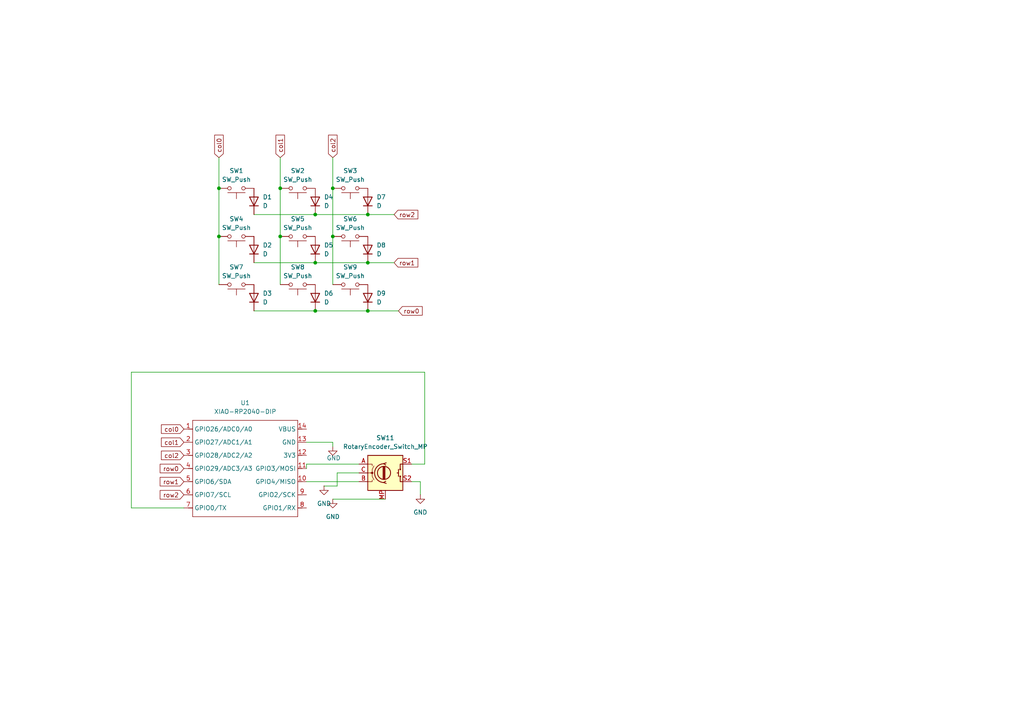
<source format=kicad_sch>
(kicad_sch
	(version 20250114)
	(generator "eeschema")
	(generator_version "9.0")
	(uuid "0b4fa09f-be38-4dae-a4ab-e5587d7d8207")
	(paper "A4")
	(lib_symbols
		(symbol "Device:D"
			(pin_numbers
				(hide yes)
			)
			(pin_names
				(offset 1.016)
				(hide yes)
			)
			(exclude_from_sim no)
			(in_bom yes)
			(on_board yes)
			(property "Reference" "D"
				(at 0 2.54 0)
				(effects
					(font
						(size 1.27 1.27)
					)
				)
			)
			(property "Value" "D"
				(at 0 -2.54 0)
				(effects
					(font
						(size 1.27 1.27)
					)
				)
			)
			(property "Footprint" ""
				(at 0 0 0)
				(effects
					(font
						(size 1.27 1.27)
					)
					(hide yes)
				)
			)
			(property "Datasheet" "~"
				(at 0 0 0)
				(effects
					(font
						(size 1.27 1.27)
					)
					(hide yes)
				)
			)
			(property "Description" "Diode"
				(at 0 0 0)
				(effects
					(font
						(size 1.27 1.27)
					)
					(hide yes)
				)
			)
			(property "Sim.Device" "D"
				(at 0 0 0)
				(effects
					(font
						(size 1.27 1.27)
					)
					(hide yes)
				)
			)
			(property "Sim.Pins" "1=K 2=A"
				(at 0 0 0)
				(effects
					(font
						(size 1.27 1.27)
					)
					(hide yes)
				)
			)
			(property "ki_keywords" "diode"
				(at 0 0 0)
				(effects
					(font
						(size 1.27 1.27)
					)
					(hide yes)
				)
			)
			(property "ki_fp_filters" "TO-???* *_Diode_* *SingleDiode* D_*"
				(at 0 0 0)
				(effects
					(font
						(size 1.27 1.27)
					)
					(hide yes)
				)
			)
			(symbol "D_0_1"
				(polyline
					(pts
						(xy -1.27 1.27) (xy -1.27 -1.27)
					)
					(stroke
						(width 0.254)
						(type default)
					)
					(fill
						(type none)
					)
				)
				(polyline
					(pts
						(xy 1.27 1.27) (xy 1.27 -1.27) (xy -1.27 0) (xy 1.27 1.27)
					)
					(stroke
						(width 0.254)
						(type default)
					)
					(fill
						(type none)
					)
				)
				(polyline
					(pts
						(xy 1.27 0) (xy -1.27 0)
					)
					(stroke
						(width 0)
						(type default)
					)
					(fill
						(type none)
					)
				)
			)
			(symbol "D_1_1"
				(pin passive line
					(at -3.81 0 0)
					(length 2.54)
					(name "K"
						(effects
							(font
								(size 1.27 1.27)
							)
						)
					)
					(number "1"
						(effects
							(font
								(size 1.27 1.27)
							)
						)
					)
				)
				(pin passive line
					(at 3.81 0 180)
					(length 2.54)
					(name "A"
						(effects
							(font
								(size 1.27 1.27)
							)
						)
					)
					(number "2"
						(effects
							(font
								(size 1.27 1.27)
							)
						)
					)
				)
			)
			(embedded_fonts no)
		)
		(symbol "Device:RotaryEncoder_Switch_MP"
			(pin_names
				(offset 0.254)
				(hide yes)
			)
			(exclude_from_sim no)
			(in_bom yes)
			(on_board yes)
			(property "Reference" "SW"
				(at 0 8.89 0)
				(effects
					(font
						(size 1.27 1.27)
					)
				)
			)
			(property "Value" "RotaryEncoder_Switch_MP"
				(at 0 6.35 0)
				(effects
					(font
						(size 1.27 1.27)
					)
				)
			)
			(property "Footprint" ""
				(at -3.81 4.064 0)
				(effects
					(font
						(size 1.27 1.27)
					)
					(hide yes)
				)
			)
			(property "Datasheet" "~"
				(at 0 -12.7 0)
				(effects
					(font
						(size 1.27 1.27)
					)
					(hide yes)
				)
			)
			(property "Description" "Rotary encoder, dual channel, incremental quadrate outputs, with switch and MP Pin"
				(at 0 -15.24 0)
				(effects
					(font
						(size 1.27 1.27)
					)
					(hide yes)
				)
			)
			(property "ki_keywords" "rotary switch encoder switch push button"
				(at 0 0 0)
				(effects
					(font
						(size 1.27 1.27)
					)
					(hide yes)
				)
			)
			(property "ki_fp_filters" "RotaryEncoder*Switch*"
				(at 0 0 0)
				(effects
					(font
						(size 1.27 1.27)
					)
					(hide yes)
				)
			)
			(symbol "RotaryEncoder_Switch_MP_0_1"
				(rectangle
					(start -5.08 5.08)
					(end 5.08 -5.08)
					(stroke
						(width 0.254)
						(type default)
					)
					(fill
						(type background)
					)
				)
				(polyline
					(pts
						(xy -5.08 2.54) (xy -3.81 2.54) (xy -3.81 2.032)
					)
					(stroke
						(width 0)
						(type default)
					)
					(fill
						(type none)
					)
				)
				(polyline
					(pts
						(xy -5.08 0) (xy -3.81 0) (xy -3.81 -1.016) (xy -3.302 -2.032)
					)
					(stroke
						(width 0)
						(type default)
					)
					(fill
						(type none)
					)
				)
				(polyline
					(pts
						(xy -5.08 -2.54) (xy -3.81 -2.54) (xy -3.81 -2.032)
					)
					(stroke
						(width 0)
						(type default)
					)
					(fill
						(type none)
					)
				)
				(polyline
					(pts
						(xy -4.318 0) (xy -3.81 0) (xy -3.81 1.016) (xy -3.302 2.032)
					)
					(stroke
						(width 0)
						(type default)
					)
					(fill
						(type none)
					)
				)
				(circle
					(center -3.81 0)
					(radius 0.254)
					(stroke
						(width 0)
						(type default)
					)
					(fill
						(type outline)
					)
				)
				(polyline
					(pts
						(xy -0.635 -1.778) (xy -0.635 1.778)
					)
					(stroke
						(width 0.254)
						(type default)
					)
					(fill
						(type none)
					)
				)
				(circle
					(center -0.381 0)
					(radius 1.905)
					(stroke
						(width 0.254)
						(type default)
					)
					(fill
						(type none)
					)
				)
				(polyline
					(pts
						(xy -0.381 -1.778) (xy -0.381 1.778)
					)
					(stroke
						(width 0.254)
						(type default)
					)
					(fill
						(type none)
					)
				)
				(arc
					(start -0.381 -2.794)
					(mid -3.0988 -0.0635)
					(end -0.381 2.667)
					(stroke
						(width 0.254)
						(type default)
					)
					(fill
						(type none)
					)
				)
				(polyline
					(pts
						(xy -0.127 1.778) (xy -0.127 -1.778)
					)
					(stroke
						(width 0.254)
						(type default)
					)
					(fill
						(type none)
					)
				)
				(polyline
					(pts
						(xy 0.254 2.921) (xy -0.508 2.667) (xy 0.127 2.286)
					)
					(stroke
						(width 0.254)
						(type default)
					)
					(fill
						(type none)
					)
				)
				(polyline
					(pts
						(xy 0.254 -3.048) (xy -0.508 -2.794) (xy 0.127 -2.413)
					)
					(stroke
						(width 0.254)
						(type default)
					)
					(fill
						(type none)
					)
				)
				(polyline
					(pts
						(xy 3.81 1.016) (xy 3.81 -1.016)
					)
					(stroke
						(width 0.254)
						(type default)
					)
					(fill
						(type none)
					)
				)
				(polyline
					(pts
						(xy 3.81 0) (xy 3.429 0)
					)
					(stroke
						(width 0.254)
						(type default)
					)
					(fill
						(type none)
					)
				)
				(circle
					(center 4.318 1.016)
					(radius 0.127)
					(stroke
						(width 0.254)
						(type default)
					)
					(fill
						(type none)
					)
				)
				(circle
					(center 4.318 -1.016)
					(radius 0.127)
					(stroke
						(width 0.254)
						(type default)
					)
					(fill
						(type none)
					)
				)
				(polyline
					(pts
						(xy 5.08 2.54) (xy 4.318 2.54) (xy 4.318 1.016)
					)
					(stroke
						(width 0.254)
						(type default)
					)
					(fill
						(type none)
					)
				)
				(polyline
					(pts
						(xy 5.08 -2.54) (xy 4.318 -2.54) (xy 4.318 -1.016)
					)
					(stroke
						(width 0.254)
						(type default)
					)
					(fill
						(type none)
					)
				)
			)
			(symbol "RotaryEncoder_Switch_MP_1_1"
				(pin passive line
					(at -7.62 2.54 0)
					(length 2.54)
					(name "A"
						(effects
							(font
								(size 1.27 1.27)
							)
						)
					)
					(number "A"
						(effects
							(font
								(size 1.27 1.27)
							)
						)
					)
				)
				(pin passive line
					(at -7.62 0 0)
					(length 2.54)
					(name "C"
						(effects
							(font
								(size 1.27 1.27)
							)
						)
					)
					(number "C"
						(effects
							(font
								(size 1.27 1.27)
							)
						)
					)
				)
				(pin passive line
					(at -7.62 -2.54 0)
					(length 2.54)
					(name "B"
						(effects
							(font
								(size 1.27 1.27)
							)
						)
					)
					(number "B"
						(effects
							(font
								(size 1.27 1.27)
							)
						)
					)
				)
				(pin passive line
					(at 0 -7.62 90)
					(length 2.54)
					(name "MP"
						(effects
							(font
								(size 1.27 1.27)
							)
						)
					)
					(number "MP"
						(effects
							(font
								(size 1.27 1.27)
							)
						)
					)
				)
				(pin passive line
					(at 7.62 2.54 180)
					(length 2.54)
					(name "S1"
						(effects
							(font
								(size 1.27 1.27)
							)
						)
					)
					(number "S1"
						(effects
							(font
								(size 1.27 1.27)
							)
						)
					)
				)
				(pin passive line
					(at 7.62 -2.54 180)
					(length 2.54)
					(name "S2"
						(effects
							(font
								(size 1.27 1.27)
							)
						)
					)
					(number "S2"
						(effects
							(font
								(size 1.27 1.27)
							)
						)
					)
				)
			)
			(embedded_fonts no)
		)
		(symbol "Seeed_Studio_XIAO_Series:XIAO-RP2040-DIP"
			(exclude_from_sim no)
			(in_bom yes)
			(on_board yes)
			(property "Reference" "U"
				(at 0 0 0)
				(effects
					(font
						(size 1.27 1.27)
					)
				)
			)
			(property "Value" "XIAO-RP2040-DIP"
				(at 5.334 -1.778 0)
				(effects
					(font
						(size 1.27 1.27)
					)
				)
			)
			(property "Footprint" "Module:MOUDLE14P-XIAO-DIP-SMD"
				(at 14.478 -32.258 0)
				(effects
					(font
						(size 1.27 1.27)
					)
					(hide yes)
				)
			)
			(property "Datasheet" ""
				(at 0 0 0)
				(effects
					(font
						(size 1.27 1.27)
					)
					(hide yes)
				)
			)
			(property "Description" ""
				(at 0 0 0)
				(effects
					(font
						(size 1.27 1.27)
					)
					(hide yes)
				)
			)
			(symbol "XIAO-RP2040-DIP_1_0"
				(polyline
					(pts
						(xy -1.27 -2.54) (xy 29.21 -2.54)
					)
					(stroke
						(width 0.1524)
						(type solid)
					)
					(fill
						(type none)
					)
				)
				(polyline
					(pts
						(xy -1.27 -5.08) (xy -2.54 -5.08)
					)
					(stroke
						(width 0.1524)
						(type solid)
					)
					(fill
						(type none)
					)
				)
				(polyline
					(pts
						(xy -1.27 -5.08) (xy -1.27 -2.54)
					)
					(stroke
						(width 0.1524)
						(type solid)
					)
					(fill
						(type none)
					)
				)
				(polyline
					(pts
						(xy -1.27 -8.89) (xy -2.54 -8.89)
					)
					(stroke
						(width 0.1524)
						(type solid)
					)
					(fill
						(type none)
					)
				)
				(polyline
					(pts
						(xy -1.27 -8.89) (xy -1.27 -5.08)
					)
					(stroke
						(width 0.1524)
						(type solid)
					)
					(fill
						(type none)
					)
				)
				(polyline
					(pts
						(xy -1.27 -12.7) (xy -2.54 -12.7)
					)
					(stroke
						(width 0.1524)
						(type solid)
					)
					(fill
						(type none)
					)
				)
				(polyline
					(pts
						(xy -1.27 -12.7) (xy -1.27 -8.89)
					)
					(stroke
						(width 0.1524)
						(type solid)
					)
					(fill
						(type none)
					)
				)
				(polyline
					(pts
						(xy -1.27 -16.51) (xy -2.54 -16.51)
					)
					(stroke
						(width 0.1524)
						(type solid)
					)
					(fill
						(type none)
					)
				)
				(polyline
					(pts
						(xy -1.27 -16.51) (xy -1.27 -12.7)
					)
					(stroke
						(width 0.1524)
						(type solid)
					)
					(fill
						(type none)
					)
				)
				(polyline
					(pts
						(xy -1.27 -20.32) (xy -2.54 -20.32)
					)
					(stroke
						(width 0.1524)
						(type solid)
					)
					(fill
						(type none)
					)
				)
				(polyline
					(pts
						(xy -1.27 -24.13) (xy -2.54 -24.13)
					)
					(stroke
						(width 0.1524)
						(type solid)
					)
					(fill
						(type none)
					)
				)
				(polyline
					(pts
						(xy -1.27 -27.94) (xy -2.54 -27.94)
					)
					(stroke
						(width 0.1524)
						(type solid)
					)
					(fill
						(type none)
					)
				)
				(polyline
					(pts
						(xy -1.27 -30.48) (xy -1.27 -16.51)
					)
					(stroke
						(width 0.1524)
						(type solid)
					)
					(fill
						(type none)
					)
				)
				(polyline
					(pts
						(xy 29.21 -2.54) (xy 29.21 -5.08)
					)
					(stroke
						(width 0.1524)
						(type solid)
					)
					(fill
						(type none)
					)
				)
				(polyline
					(pts
						(xy 29.21 -5.08) (xy 29.21 -8.89)
					)
					(stroke
						(width 0.1524)
						(type solid)
					)
					(fill
						(type none)
					)
				)
				(polyline
					(pts
						(xy 29.21 -8.89) (xy 29.21 -12.7)
					)
					(stroke
						(width 0.1524)
						(type solid)
					)
					(fill
						(type none)
					)
				)
				(polyline
					(pts
						(xy 29.21 -12.7) (xy 29.21 -30.48)
					)
					(stroke
						(width 0.1524)
						(type solid)
					)
					(fill
						(type none)
					)
				)
				(polyline
					(pts
						(xy 29.21 -30.48) (xy -1.27 -30.48)
					)
					(stroke
						(width 0.1524)
						(type solid)
					)
					(fill
						(type none)
					)
				)
				(polyline
					(pts
						(xy 30.48 -5.08) (xy 29.21 -5.08)
					)
					(stroke
						(width 0.1524)
						(type solid)
					)
					(fill
						(type none)
					)
				)
				(polyline
					(pts
						(xy 30.48 -8.89) (xy 29.21 -8.89)
					)
					(stroke
						(width 0.1524)
						(type solid)
					)
					(fill
						(type none)
					)
				)
				(polyline
					(pts
						(xy 30.48 -12.7) (xy 29.21 -12.7)
					)
					(stroke
						(width 0.1524)
						(type solid)
					)
					(fill
						(type none)
					)
				)
				(polyline
					(pts
						(xy 30.48 -16.51) (xy 29.21 -16.51)
					)
					(stroke
						(width 0.1524)
						(type solid)
					)
					(fill
						(type none)
					)
				)
				(polyline
					(pts
						(xy 30.48 -20.32) (xy 29.21 -20.32)
					)
					(stroke
						(width 0.1524)
						(type solid)
					)
					(fill
						(type none)
					)
				)
				(polyline
					(pts
						(xy 30.48 -24.13) (xy 29.21 -24.13)
					)
					(stroke
						(width 0.1524)
						(type solid)
					)
					(fill
						(type none)
					)
				)
				(polyline
					(pts
						(xy 30.48 -27.94) (xy 29.21 -27.94)
					)
					(stroke
						(width 0.1524)
						(type solid)
					)
					(fill
						(type none)
					)
				)
				(pin passive line
					(at -3.81 -5.08 0)
					(length 2.54)
					(name "GPIO26/ADC0/A0"
						(effects
							(font
								(size 1.27 1.27)
							)
						)
					)
					(number "1"
						(effects
							(font
								(size 1.27 1.27)
							)
						)
					)
				)
				(pin passive line
					(at -3.81 -8.89 0)
					(length 2.54)
					(name "GPIO27/ADC1/A1"
						(effects
							(font
								(size 1.27 1.27)
							)
						)
					)
					(number "2"
						(effects
							(font
								(size 1.27 1.27)
							)
						)
					)
				)
				(pin passive line
					(at -3.81 -12.7 0)
					(length 2.54)
					(name "GPIO28/ADC2/A2"
						(effects
							(font
								(size 1.27 1.27)
							)
						)
					)
					(number "3"
						(effects
							(font
								(size 1.27 1.27)
							)
						)
					)
				)
				(pin passive line
					(at -3.81 -16.51 0)
					(length 2.54)
					(name "GPIO29/ADC3/A3"
						(effects
							(font
								(size 1.27 1.27)
							)
						)
					)
					(number "4"
						(effects
							(font
								(size 1.27 1.27)
							)
						)
					)
				)
				(pin passive line
					(at -3.81 -20.32 0)
					(length 2.54)
					(name "GPIO6/SDA"
						(effects
							(font
								(size 1.27 1.27)
							)
						)
					)
					(number "5"
						(effects
							(font
								(size 1.27 1.27)
							)
						)
					)
				)
				(pin passive line
					(at -3.81 -24.13 0)
					(length 2.54)
					(name "GPIO7/SCL"
						(effects
							(font
								(size 1.27 1.27)
							)
						)
					)
					(number "6"
						(effects
							(font
								(size 1.27 1.27)
							)
						)
					)
				)
				(pin passive line
					(at -3.81 -27.94 0)
					(length 2.54)
					(name "GPIO0/TX"
						(effects
							(font
								(size 1.27 1.27)
							)
						)
					)
					(number "7"
						(effects
							(font
								(size 1.27 1.27)
							)
						)
					)
				)
				(pin passive line
					(at 31.75 -5.08 180)
					(length 2.54)
					(name "VBUS"
						(effects
							(font
								(size 1.27 1.27)
							)
						)
					)
					(number "14"
						(effects
							(font
								(size 1.27 1.27)
							)
						)
					)
				)
				(pin passive line
					(at 31.75 -8.89 180)
					(length 2.54)
					(name "GND"
						(effects
							(font
								(size 1.27 1.27)
							)
						)
					)
					(number "13"
						(effects
							(font
								(size 1.27 1.27)
							)
						)
					)
				)
				(pin passive line
					(at 31.75 -12.7 180)
					(length 2.54)
					(name "3V3"
						(effects
							(font
								(size 1.27 1.27)
							)
						)
					)
					(number "12"
						(effects
							(font
								(size 1.27 1.27)
							)
						)
					)
				)
				(pin passive line
					(at 31.75 -16.51 180)
					(length 2.54)
					(name "GPIO3/MOSI"
						(effects
							(font
								(size 1.27 1.27)
							)
						)
					)
					(number "11"
						(effects
							(font
								(size 1.27 1.27)
							)
						)
					)
				)
				(pin passive line
					(at 31.75 -20.32 180)
					(length 2.54)
					(name "GPIO4/MISO"
						(effects
							(font
								(size 1.27 1.27)
							)
						)
					)
					(number "10"
						(effects
							(font
								(size 1.27 1.27)
							)
						)
					)
				)
				(pin passive line
					(at 31.75 -24.13 180)
					(length 2.54)
					(name "GPIO2/SCK"
						(effects
							(font
								(size 1.27 1.27)
							)
						)
					)
					(number "9"
						(effects
							(font
								(size 1.27 1.27)
							)
						)
					)
				)
				(pin passive line
					(at 31.75 -27.94 180)
					(length 2.54)
					(name "GPIO1/RX"
						(effects
							(font
								(size 1.27 1.27)
							)
						)
					)
					(number "8"
						(effects
							(font
								(size 1.27 1.27)
							)
						)
					)
				)
			)
			(embedded_fonts no)
		)
		(symbol "Switch:SW_Push"
			(pin_numbers
				(hide yes)
			)
			(pin_names
				(offset 1.016)
				(hide yes)
			)
			(exclude_from_sim no)
			(in_bom yes)
			(on_board yes)
			(property "Reference" "SW"
				(at 1.27 2.54 0)
				(effects
					(font
						(size 1.27 1.27)
					)
					(justify left)
				)
			)
			(property "Value" "SW_Push"
				(at 0 -1.524 0)
				(effects
					(font
						(size 1.27 1.27)
					)
				)
			)
			(property "Footprint" ""
				(at 0 5.08 0)
				(effects
					(font
						(size 1.27 1.27)
					)
					(hide yes)
				)
			)
			(property "Datasheet" "~"
				(at 0 5.08 0)
				(effects
					(font
						(size 1.27 1.27)
					)
					(hide yes)
				)
			)
			(property "Description" "Push button switch, generic, two pins"
				(at 0 0 0)
				(effects
					(font
						(size 1.27 1.27)
					)
					(hide yes)
				)
			)
			(property "ki_keywords" "switch normally-open pushbutton push-button"
				(at 0 0 0)
				(effects
					(font
						(size 1.27 1.27)
					)
					(hide yes)
				)
			)
			(symbol "SW_Push_0_1"
				(circle
					(center -2.032 0)
					(radius 0.508)
					(stroke
						(width 0)
						(type default)
					)
					(fill
						(type none)
					)
				)
				(polyline
					(pts
						(xy 0 1.27) (xy 0 3.048)
					)
					(stroke
						(width 0)
						(type default)
					)
					(fill
						(type none)
					)
				)
				(circle
					(center 2.032 0)
					(radius 0.508)
					(stroke
						(width 0)
						(type default)
					)
					(fill
						(type none)
					)
				)
				(polyline
					(pts
						(xy 2.54 1.27) (xy -2.54 1.27)
					)
					(stroke
						(width 0)
						(type default)
					)
					(fill
						(type none)
					)
				)
				(pin passive line
					(at -5.08 0 0)
					(length 2.54)
					(name "1"
						(effects
							(font
								(size 1.27 1.27)
							)
						)
					)
					(number "1"
						(effects
							(font
								(size 1.27 1.27)
							)
						)
					)
				)
				(pin passive line
					(at 5.08 0 180)
					(length 2.54)
					(name "2"
						(effects
							(font
								(size 1.27 1.27)
							)
						)
					)
					(number "2"
						(effects
							(font
								(size 1.27 1.27)
							)
						)
					)
				)
			)
			(embedded_fonts no)
		)
		(symbol "power:GND"
			(power)
			(pin_numbers
				(hide yes)
			)
			(pin_names
				(offset 0)
				(hide yes)
			)
			(exclude_from_sim no)
			(in_bom yes)
			(on_board yes)
			(property "Reference" "#PWR"
				(at 0 -6.35 0)
				(effects
					(font
						(size 1.27 1.27)
					)
					(hide yes)
				)
			)
			(property "Value" "GND"
				(at 0 -3.81 0)
				(effects
					(font
						(size 1.27 1.27)
					)
				)
			)
			(property "Footprint" ""
				(at 0 0 0)
				(effects
					(font
						(size 1.27 1.27)
					)
					(hide yes)
				)
			)
			(property "Datasheet" ""
				(at 0 0 0)
				(effects
					(font
						(size 1.27 1.27)
					)
					(hide yes)
				)
			)
			(property "Description" "Power symbol creates a global label with name \"GND\" , ground"
				(at 0 0 0)
				(effects
					(font
						(size 1.27 1.27)
					)
					(hide yes)
				)
			)
			(property "ki_keywords" "global power"
				(at 0 0 0)
				(effects
					(font
						(size 1.27 1.27)
					)
					(hide yes)
				)
			)
			(symbol "GND_0_1"
				(polyline
					(pts
						(xy 0 0) (xy 0 -1.27) (xy 1.27 -1.27) (xy 0 -2.54) (xy -1.27 -1.27) (xy 0 -1.27)
					)
					(stroke
						(width 0)
						(type default)
					)
					(fill
						(type none)
					)
				)
			)
			(symbol "GND_1_1"
				(pin power_in line
					(at 0 0 270)
					(length 0)
					(name "~"
						(effects
							(font
								(size 1.27 1.27)
							)
						)
					)
					(number "1"
						(effects
							(font
								(size 1.27 1.27)
							)
						)
					)
				)
			)
			(embedded_fonts no)
		)
	)
	(junction
		(at 91.44 90.17)
		(diameter 0)
		(color 0 0 0 0)
		(uuid "3a059bde-5886-47dd-a9c6-1655ddf4c0a8")
	)
	(junction
		(at 96.52 68.58)
		(diameter 0)
		(color 0 0 0 0)
		(uuid "656371c4-3e23-46df-838a-b7aa04f079c2")
	)
	(junction
		(at 106.68 62.23)
		(diameter 0)
		(color 0 0 0 0)
		(uuid "6afa2b30-459c-4047-a2b1-e1342f0476af")
	)
	(junction
		(at 63.5 68.58)
		(diameter 0)
		(color 0 0 0 0)
		(uuid "73f7705e-1db9-4b46-9b01-eb6cf2a4f183")
	)
	(junction
		(at 106.68 76.2)
		(diameter 0)
		(color 0 0 0 0)
		(uuid "7891c4ae-30fd-4a20-a40d-5b216606965b")
	)
	(junction
		(at 63.5 54.61)
		(diameter 0)
		(color 0 0 0 0)
		(uuid "a537bcf2-338a-489e-867b-f04c0fb3c657")
	)
	(junction
		(at 81.28 68.58)
		(diameter 0)
		(color 0 0 0 0)
		(uuid "aa6e16d1-c617-48dc-8134-643d8bb1edf6")
	)
	(junction
		(at 91.44 62.23)
		(diameter 0)
		(color 0 0 0 0)
		(uuid "c8bb3786-eea5-44ff-a70c-b7a808aae467")
	)
	(junction
		(at 96.52 54.61)
		(diameter 0)
		(color 0 0 0 0)
		(uuid "ccfe2d6e-155e-40a8-9367-71b6b5f6a977")
	)
	(junction
		(at 106.68 90.17)
		(diameter 0)
		(color 0 0 0 0)
		(uuid "d3f0a2cb-67cc-45fc-8b33-add3ffd62e7c")
	)
	(junction
		(at 81.28 54.61)
		(diameter 0)
		(color 0 0 0 0)
		(uuid "e23a44b6-b892-4d39-b106-bd7c0e8669db")
	)
	(junction
		(at 91.44 76.2)
		(diameter 0)
		(color 0 0 0 0)
		(uuid "ee3a7dcb-f2b7-4ff9-9780-16b1b9d8da48")
	)
	(wire
		(pts
			(xy 73.66 76.2) (xy 91.44 76.2)
		)
		(stroke
			(width 0)
			(type default)
		)
		(uuid "01ac4935-6ce0-4bd9-b240-93c03e46b165")
	)
	(wire
		(pts
			(xy 63.5 54.61) (xy 63.5 68.58)
		)
		(stroke
			(width 0)
			(type default)
		)
		(uuid "1b4595fd-350b-4191-93c5-f734b6e9e53d")
	)
	(wire
		(pts
			(xy 123.19 107.95) (xy 38.1 107.95)
		)
		(stroke
			(width 0)
			(type default)
		)
		(uuid "29015b07-f090-4311-b837-9d85f6e7443d")
	)
	(wire
		(pts
			(xy 96.52 45.72) (xy 96.52 54.61)
		)
		(stroke
			(width 0)
			(type default)
		)
		(uuid "2ad82544-cb71-4256-b7e9-68dd8fdb326b")
	)
	(wire
		(pts
			(xy 73.66 62.23) (xy 91.44 62.23)
		)
		(stroke
			(width 0)
			(type default)
		)
		(uuid "35f0f2e6-bacc-447a-bc8e-dd1851b8cace")
	)
	(wire
		(pts
			(xy 81.28 68.58) (xy 81.28 82.55)
		)
		(stroke
			(width 0)
			(type default)
		)
		(uuid "4934717b-9de9-433b-80ac-1b41d527c5a2")
	)
	(wire
		(pts
			(xy 88.9 134.62) (xy 88.9 135.89)
		)
		(stroke
			(width 0)
			(type default)
		)
		(uuid "512b446d-cc4c-4392-87fc-6e6cef5b3ee0")
	)
	(wire
		(pts
			(xy 96.52 144.78) (xy 111.76 144.78)
		)
		(stroke
			(width 0)
			(type default)
		)
		(uuid "6075431d-d278-4040-b0f6-6ac23b527589")
	)
	(wire
		(pts
			(xy 96.52 128.27) (xy 88.9 128.27)
		)
		(stroke
			(width 0)
			(type default)
		)
		(uuid "60d8e4d3-2017-4bc9-b3a8-571240e31ff1")
	)
	(wire
		(pts
			(xy 106.68 90.17) (xy 115.57 90.17)
		)
		(stroke
			(width 0)
			(type default)
		)
		(uuid "6d5ad907-c2b0-4c0b-b9b4-4887eff4f272")
	)
	(wire
		(pts
			(xy 91.44 62.23) (xy 106.68 62.23)
		)
		(stroke
			(width 0)
			(type default)
		)
		(uuid "7ccd2113-6f5d-467d-a01c-5cf17935251e")
	)
	(wire
		(pts
			(xy 73.66 90.17) (xy 91.44 90.17)
		)
		(stroke
			(width 0)
			(type default)
		)
		(uuid "7e6b68b0-49d3-4f53-9665-612355fc1ded")
	)
	(wire
		(pts
			(xy 123.19 134.62) (xy 123.19 107.95)
		)
		(stroke
			(width 0)
			(type default)
		)
		(uuid "8b0ffaa9-4fca-4da1-9aec-9b82fa7f927b")
	)
	(wire
		(pts
			(xy 81.28 54.61) (xy 81.28 68.58)
		)
		(stroke
			(width 0)
			(type default)
		)
		(uuid "8cc53d61-37a1-4e4d-b7de-7b0696d01805")
	)
	(wire
		(pts
			(xy 96.52 68.58) (xy 96.52 82.55)
		)
		(stroke
			(width 0)
			(type default)
		)
		(uuid "8e6e9899-8729-4c74-b182-4371ac9c0a52")
	)
	(wire
		(pts
			(xy 97.79 140.97) (xy 97.79 137.16)
		)
		(stroke
			(width 0)
			(type default)
		)
		(uuid "a02b72ec-33ac-43bb-bc66-5f89c23a85bc")
	)
	(wire
		(pts
			(xy 119.38 134.62) (xy 123.19 134.62)
		)
		(stroke
			(width 0)
			(type default)
		)
		(uuid "ad8bd436-289e-4d4e-b384-dc6aa43b5b1b")
	)
	(wire
		(pts
			(xy 93.98 140.97) (xy 97.79 140.97)
		)
		(stroke
			(width 0)
			(type default)
		)
		(uuid "af753a89-bb85-490c-b7c0-accf0e65b5fa")
	)
	(wire
		(pts
			(xy 91.44 76.2) (xy 106.68 76.2)
		)
		(stroke
			(width 0)
			(type default)
		)
		(uuid "bf229756-076c-4814-8607-8b866f57d60c")
	)
	(wire
		(pts
			(xy 38.1 147.32) (xy 53.34 147.32)
		)
		(stroke
			(width 0)
			(type default)
		)
		(uuid "d00bbdf4-c67d-45db-b1d3-5647d19893ab")
	)
	(wire
		(pts
			(xy 81.28 45.72) (xy 81.28 54.61)
		)
		(stroke
			(width 0)
			(type default)
		)
		(uuid "d34fbfc5-337f-486c-9e46-fed0e7ec45a0")
	)
	(wire
		(pts
			(xy 121.92 139.7) (xy 121.92 143.51)
		)
		(stroke
			(width 0)
			(type default)
		)
		(uuid "d4293120-bab4-4318-abe0-0b420ed4a829")
	)
	(wire
		(pts
			(xy 63.5 45.72) (xy 63.5 54.61)
		)
		(stroke
			(width 0)
			(type default)
		)
		(uuid "d6a376b1-74e3-43de-8934-ac0436a3e296")
	)
	(wire
		(pts
			(xy 106.68 62.23) (xy 114.3 62.23)
		)
		(stroke
			(width 0)
			(type default)
		)
		(uuid "d845dcb9-a615-45eb-8d1f-28a748a6a94b")
	)
	(wire
		(pts
			(xy 88.9 139.7) (xy 104.14 139.7)
		)
		(stroke
			(width 0)
			(type default)
		)
		(uuid "dfa5de46-98c2-4db5-8e22-69b7167f3e9d")
	)
	(wire
		(pts
			(xy 96.52 54.61) (xy 96.52 68.58)
		)
		(stroke
			(width 0)
			(type default)
		)
		(uuid "e03922ce-5659-49cc-8a0a-ded6d9b8c967")
	)
	(wire
		(pts
			(xy 119.38 139.7) (xy 121.92 139.7)
		)
		(stroke
			(width 0)
			(type default)
		)
		(uuid "e627605a-c5c6-4414-9817-352b04972611")
	)
	(wire
		(pts
			(xy 97.79 137.16) (xy 104.14 137.16)
		)
		(stroke
			(width 0)
			(type default)
		)
		(uuid "e6a83248-153f-48db-b976-dcdbe55e43d8")
	)
	(wire
		(pts
			(xy 63.5 68.58) (xy 63.5 82.55)
		)
		(stroke
			(width 0)
			(type default)
		)
		(uuid "e79da906-e9a8-4108-b0ad-4aa82dcc3b63")
	)
	(wire
		(pts
			(xy 91.44 90.17) (xy 106.68 90.17)
		)
		(stroke
			(width 0)
			(type default)
		)
		(uuid "e8a8afea-6988-4d43-90cb-3fa3851b10fe")
	)
	(wire
		(pts
			(xy 38.1 107.95) (xy 38.1 147.32)
		)
		(stroke
			(width 0)
			(type default)
		)
		(uuid "ef722383-f843-4896-920c-b81d69e4ccea")
	)
	(wire
		(pts
			(xy 104.14 134.62) (xy 88.9 134.62)
		)
		(stroke
			(width 0)
			(type default)
		)
		(uuid "f121a2c7-62f5-499c-9386-03f26f04ba57")
	)
	(wire
		(pts
			(xy 106.68 76.2) (xy 114.3 76.2)
		)
		(stroke
			(width 0)
			(type default)
		)
		(uuid "fd17f0dc-ab61-414e-990f-e4be08e22c49")
	)
	(wire
		(pts
			(xy 96.52 129.54) (xy 96.52 128.27)
		)
		(stroke
			(width 0)
			(type default)
		)
		(uuid "fd4483e7-0a45-41fd-8486-d1d687699f3b")
	)
	(global_label "col2"
		(shape input)
		(at 53.34 132.08 180)
		(fields_autoplaced yes)
		(effects
			(font
				(size 1.27 1.27)
			)
			(justify right)
		)
		(uuid "1556e157-db04-47a5-b5a6-a9f336ce04f1")
		(property "Intersheetrefs" "${INTERSHEET_REFS}"
			(at 46.2425 132.08 0)
			(effects
				(font
					(size 1.27 1.27)
				)
				(justify right)
				(hide yes)
			)
		)
	)
	(global_label "col2"
		(shape input)
		(at 96.52 45.72 90)
		(fields_autoplaced yes)
		(effects
			(font
				(size 1.27 1.27)
			)
			(justify left)
		)
		(uuid "2380137e-672b-45b7-b978-871d5152f86e")
		(property "Intersheetrefs" "${INTERSHEET_REFS}"
			(at 96.52 38.6225 90)
			(effects
				(font
					(size 1.27 1.27)
				)
				(justify left)
				(hide yes)
			)
		)
	)
	(global_label "row2"
		(shape input)
		(at 114.3 62.23 0)
		(fields_autoplaced yes)
		(effects
			(font
				(size 1.27 1.27)
			)
			(justify left)
		)
		(uuid "2b4d79eb-c36f-465e-8938-f1b43048ea40")
		(property "Intersheetrefs" "${INTERSHEET_REFS}"
			(at 121.7604 62.23 0)
			(effects
				(font
					(size 1.27 1.27)
				)
				(justify left)
				(hide yes)
			)
		)
	)
	(global_label "col0"
		(shape input)
		(at 53.34 124.46 180)
		(fields_autoplaced yes)
		(effects
			(font
				(size 1.27 1.27)
			)
			(justify right)
		)
		(uuid "60689723-2f12-47d4-b1a6-90389a78ea49")
		(property "Intersheetrefs" "${INTERSHEET_REFS}"
			(at 46.2425 124.46 0)
			(effects
				(font
					(size 1.27 1.27)
				)
				(justify right)
				(hide yes)
			)
		)
	)
	(global_label "row1"
		(shape input)
		(at 53.34 139.7 180)
		(fields_autoplaced yes)
		(effects
			(font
				(size 1.27 1.27)
			)
			(justify right)
		)
		(uuid "6d46c05c-624d-4cd4-9399-0c814a7ceebc")
		(property "Intersheetrefs" "${INTERSHEET_REFS}"
			(at 45.8796 139.7 0)
			(effects
				(font
					(size 1.27 1.27)
				)
				(justify right)
				(hide yes)
			)
		)
	)
	(global_label "col1"
		(shape input)
		(at 81.28 45.72 90)
		(fields_autoplaced yes)
		(effects
			(font
				(size 1.27 1.27)
			)
			(justify left)
		)
		(uuid "72a9c656-7433-4b53-beca-f35ed67eaccf")
		(property "Intersheetrefs" "${INTERSHEET_REFS}"
			(at 81.28 38.6225 90)
			(effects
				(font
					(size 1.27 1.27)
				)
				(justify left)
				(hide yes)
			)
		)
	)
	(global_label "row0"
		(shape input)
		(at 115.57 90.17 0)
		(fields_autoplaced yes)
		(effects
			(font
				(size 1.27 1.27)
			)
			(justify left)
		)
		(uuid "73fa1f92-c029-4c16-91e9-e99d4fbc5957")
		(property "Intersheetrefs" "${INTERSHEET_REFS}"
			(at 123.0304 90.17 0)
			(effects
				(font
					(size 1.27 1.27)
				)
				(justify left)
				(hide yes)
			)
		)
	)
	(global_label "row2"
		(shape input)
		(at 53.34 143.51 180)
		(fields_autoplaced yes)
		(effects
			(font
				(size 1.27 1.27)
			)
			(justify right)
		)
		(uuid "750ed4ee-873d-4b63-b72c-8d623a615f40")
		(property "Intersheetrefs" "${INTERSHEET_REFS}"
			(at 45.8796 143.51 0)
			(effects
				(font
					(size 1.27 1.27)
				)
				(justify right)
				(hide yes)
			)
		)
	)
	(global_label "row0"
		(shape input)
		(at 53.34 135.89 180)
		(fields_autoplaced yes)
		(effects
			(font
				(size 1.27 1.27)
			)
			(justify right)
		)
		(uuid "7fa157ef-cf87-4e1f-ba90-f1550e7d00fd")
		(property "Intersheetrefs" "${INTERSHEET_REFS}"
			(at 45.8796 135.89 0)
			(effects
				(font
					(size 1.27 1.27)
				)
				(justify right)
				(hide yes)
			)
		)
	)
	(global_label "col0"
		(shape input)
		(at 63.5 45.72 90)
		(fields_autoplaced yes)
		(effects
			(font
				(size 1.27 1.27)
			)
			(justify left)
		)
		(uuid "dd315ec7-bd9c-46ff-b7d5-ab915133909a")
		(property "Intersheetrefs" "${INTERSHEET_REFS}"
			(at 63.5 38.6225 90)
			(effects
				(font
					(size 1.27 1.27)
				)
				(justify left)
				(hide yes)
			)
		)
	)
	(global_label "col1"
		(shape input)
		(at 53.34 128.27 180)
		(fields_autoplaced yes)
		(effects
			(font
				(size 1.27 1.27)
			)
			(justify right)
		)
		(uuid "e713a852-8a78-48f2-aba7-ac9bf154246a")
		(property "Intersheetrefs" "${INTERSHEET_REFS}"
			(at 46.2425 128.27 0)
			(effects
				(font
					(size 1.27 1.27)
				)
				(justify right)
				(hide yes)
			)
		)
	)
	(global_label "row1"
		(shape input)
		(at 114.3 76.2 0)
		(fields_autoplaced yes)
		(effects
			(font
				(size 1.27 1.27)
			)
			(justify left)
		)
		(uuid "eb1b29df-e6ce-4bff-8655-ad72b16a2eaa")
		(property "Intersheetrefs" "${INTERSHEET_REFS}"
			(at 121.7604 76.2 0)
			(effects
				(font
					(size 1.27 1.27)
				)
				(justify left)
				(hide yes)
			)
		)
	)
	(symbol
		(lib_id "Device:D")
		(at 106.68 72.39 90)
		(unit 1)
		(exclude_from_sim no)
		(in_bom yes)
		(on_board yes)
		(dnp no)
		(fields_autoplaced yes)
		(uuid "01176399-0763-481c-9fca-f868c0afc5e4")
		(property "Reference" "D8"
			(at 109.22 71.1199 90)
			(effects
				(font
					(size 1.27 1.27)
				)
				(justify right)
			)
		)
		(property "Value" "D"
			(at 109.22 73.6599 90)
			(effects
				(font
					(size 1.27 1.27)
				)
				(justify right)
			)
		)
		(property "Footprint" "Diode_THT:D_DO-35_SOD27_P2.54mm_Vertical_AnodeUp"
			(at 106.68 72.39 0)
			(effects
				(font
					(size 1.27 1.27)
				)
				(hide yes)
			)
		)
		(property "Datasheet" "~"
			(at 106.68 72.39 0)
			(effects
				(font
					(size 1.27 1.27)
				)
				(hide yes)
			)
		)
		(property "Description" "Diode"
			(at 106.68 72.39 0)
			(effects
				(font
					(size 1.27 1.27)
				)
				(hide yes)
			)
		)
		(property "Sim.Device" "D"
			(at 106.68 72.39 0)
			(effects
				(font
					(size 1.27 1.27)
				)
				(hide yes)
			)
		)
		(property "Sim.Pins" "1=K 2=A"
			(at 106.68 72.39 0)
			(effects
				(font
					(size 1.27 1.27)
				)
				(hide yes)
			)
		)
		(pin "1"
			(uuid "54b4d18c-b289-4837-acaa-bf4841177c2e")
		)
		(pin "2"
			(uuid "d02d1ec4-28dd-4cb9-9887-fdb506b1a70e")
		)
		(instances
			(project ""
				(path "/0b4fa09f-be38-4dae-a4ab-e5587d7d8207"
					(reference "D8")
					(unit 1)
				)
			)
		)
	)
	(symbol
		(lib_id "Switch:SW_Push")
		(at 86.36 68.58 180)
		(unit 1)
		(exclude_from_sim no)
		(in_bom yes)
		(on_board yes)
		(dnp no)
		(fields_autoplaced yes)
		(uuid "03800271-4772-4d43-83ad-48bd14dad61b")
		(property "Reference" "SW5"
			(at 86.36 63.5 0)
			(effects
				(font
					(size 1.27 1.27)
				)
			)
		)
		(property "Value" "SW_Push"
			(at 86.36 66.04 0)
			(effects
				(font
					(size 1.27 1.27)
				)
			)
		)
		(property "Footprint" "kai = goat:SW_Cherry_MX_1.00u_PCB"
			(at 86.36 73.66 0)
			(effects
				(font
					(size 1.27 1.27)
				)
				(hide yes)
			)
		)
		(property "Datasheet" "~"
			(at 86.36 73.66 0)
			(effects
				(font
					(size 1.27 1.27)
				)
				(hide yes)
			)
		)
		(property "Description" "Push button switch, generic, two pins"
			(at 86.36 68.58 0)
			(effects
				(font
					(size 1.27 1.27)
				)
				(hide yes)
			)
		)
		(pin "2"
			(uuid "71e48eb3-d9fe-43ac-afc7-956f8a3ab957")
		)
		(pin "1"
			(uuid "7a2209d3-d686-4740-bfed-d364cff46ca5")
		)
		(instances
			(project "meghana"
				(path "/0b4fa09f-be38-4dae-a4ab-e5587d7d8207"
					(reference "SW5")
					(unit 1)
				)
			)
		)
	)
	(symbol
		(lib_id "Switch:SW_Push")
		(at 68.58 68.58 180)
		(unit 1)
		(exclude_from_sim no)
		(in_bom yes)
		(on_board yes)
		(dnp no)
		(fields_autoplaced yes)
		(uuid "0ea111b2-c7f4-4b53-8704-b3b84adf8eee")
		(property "Reference" "SW4"
			(at 68.58 63.5 0)
			(effects
				(font
					(size 1.27 1.27)
				)
			)
		)
		(property "Value" "SW_Push"
			(at 68.58 66.04 0)
			(effects
				(font
					(size 1.27 1.27)
				)
			)
		)
		(property "Footprint" "kai = goat:SW_Cherry_MX_1.00u_PCB"
			(at 68.58 73.66 0)
			(effects
				(font
					(size 1.27 1.27)
				)
				(hide yes)
			)
		)
		(property "Datasheet" "~"
			(at 68.58 73.66 0)
			(effects
				(font
					(size 1.27 1.27)
				)
				(hide yes)
			)
		)
		(property "Description" "Push button switch, generic, two pins"
			(at 68.58 68.58 0)
			(effects
				(font
					(size 1.27 1.27)
				)
				(hide yes)
			)
		)
		(pin "1"
			(uuid "a61a2bd2-1a70-432b-a076-489072cf925a")
		)
		(pin "2"
			(uuid "b8cfc7de-6e8b-4851-83ab-8d259b302d22")
		)
		(instances
			(project "meghana"
				(path "/0b4fa09f-be38-4dae-a4ab-e5587d7d8207"
					(reference "SW4")
					(unit 1)
				)
			)
		)
	)
	(symbol
		(lib_id "Device:D")
		(at 91.44 58.42 90)
		(unit 1)
		(exclude_from_sim no)
		(in_bom yes)
		(on_board yes)
		(dnp no)
		(fields_autoplaced yes)
		(uuid "2733c0bf-2982-417f-ae9e-b96fc064bd8e")
		(property "Reference" "D4"
			(at 93.98 57.1499 90)
			(effects
				(font
					(size 1.27 1.27)
				)
				(justify right)
			)
		)
		(property "Value" "D"
			(at 93.98 59.6899 90)
			(effects
				(font
					(size 1.27 1.27)
				)
				(justify right)
			)
		)
		(property "Footprint" "Diode_THT:D_DO-35_SOD27_P2.54mm_Vertical_AnodeUp"
			(at 91.44 58.42 0)
			(effects
				(font
					(size 1.27 1.27)
				)
				(hide yes)
			)
		)
		(property "Datasheet" "~"
			(at 91.44 58.42 0)
			(effects
				(font
					(size 1.27 1.27)
				)
				(hide yes)
			)
		)
		(property "Description" "Diode"
			(at 91.44 58.42 0)
			(effects
				(font
					(size 1.27 1.27)
				)
				(hide yes)
			)
		)
		(property "Sim.Device" "D"
			(at 91.44 58.42 0)
			(effects
				(font
					(size 1.27 1.27)
				)
				(hide yes)
			)
		)
		(property "Sim.Pins" "1=K 2=A"
			(at 91.44 58.42 0)
			(effects
				(font
					(size 1.27 1.27)
				)
				(hide yes)
			)
		)
		(pin "1"
			(uuid "6cb7b2af-2354-411b-a769-d16a107d9d76")
		)
		(pin "2"
			(uuid "5c3c5d57-4b11-4f33-83bf-1eb04a23a0b1")
		)
		(instances
			(project ""
				(path "/0b4fa09f-be38-4dae-a4ab-e5587d7d8207"
					(reference "D4")
					(unit 1)
				)
			)
		)
	)
	(symbol
		(lib_id "Device:D")
		(at 106.68 86.36 90)
		(unit 1)
		(exclude_from_sim no)
		(in_bom yes)
		(on_board yes)
		(dnp no)
		(fields_autoplaced yes)
		(uuid "27e8721b-bf98-44dd-a0cf-87e6fa1fe49f")
		(property "Reference" "D9"
			(at 109.22 85.0899 90)
			(effects
				(font
					(size 1.27 1.27)
				)
				(justify right)
			)
		)
		(property "Value" "D"
			(at 109.22 87.6299 90)
			(effects
				(font
					(size 1.27 1.27)
				)
				(justify right)
			)
		)
		(property "Footprint" "Diode_THT:D_DO-35_SOD27_P2.54mm_Vertical_AnodeUp"
			(at 106.68 86.36 0)
			(effects
				(font
					(size 1.27 1.27)
				)
				(hide yes)
			)
		)
		(property "Datasheet" "~"
			(at 106.68 86.36 0)
			(effects
				(font
					(size 1.27 1.27)
				)
				(hide yes)
			)
		)
		(property "Description" "Diode"
			(at 106.68 86.36 0)
			(effects
				(font
					(size 1.27 1.27)
				)
				(hide yes)
			)
		)
		(property "Sim.Device" "D"
			(at 106.68 86.36 0)
			(effects
				(font
					(size 1.27 1.27)
				)
				(hide yes)
			)
		)
		(property "Sim.Pins" "1=K 2=A"
			(at 106.68 86.36 0)
			(effects
				(font
					(size 1.27 1.27)
				)
				(hide yes)
			)
		)
		(pin "2"
			(uuid "de1eaf1b-c471-4f8c-9d46-10796d2d4671")
		)
		(pin "1"
			(uuid "fe446b07-420e-4049-a583-1b3e0fe05d07")
		)
		(instances
			(project ""
				(path "/0b4fa09f-be38-4dae-a4ab-e5587d7d8207"
					(reference "D9")
					(unit 1)
				)
			)
		)
	)
	(symbol
		(lib_id "Switch:SW_Push")
		(at 68.58 82.55 180)
		(unit 1)
		(exclude_from_sim no)
		(in_bom yes)
		(on_board yes)
		(dnp no)
		(fields_autoplaced yes)
		(uuid "39362af0-6843-49bb-8953-a93a0b7f8191")
		(property "Reference" "SW7"
			(at 68.58 77.47 0)
			(effects
				(font
					(size 1.27 1.27)
				)
			)
		)
		(property "Value" "SW_Push"
			(at 68.58 80.01 0)
			(effects
				(font
					(size 1.27 1.27)
				)
			)
		)
		(property "Footprint" "kai = goat:SW_Cherry_MX_1.00u_PCB"
			(at 68.58 87.63 0)
			(effects
				(font
					(size 1.27 1.27)
				)
				(hide yes)
			)
		)
		(property "Datasheet" "~"
			(at 68.58 87.63 0)
			(effects
				(font
					(size 1.27 1.27)
				)
				(hide yes)
			)
		)
		(property "Description" "Push button switch, generic, two pins"
			(at 68.58 82.55 0)
			(effects
				(font
					(size 1.27 1.27)
				)
				(hide yes)
			)
		)
		(pin "1"
			(uuid "91f60364-b2ca-4890-a27a-6f54deabb02a")
		)
		(pin "2"
			(uuid "c57fb265-a1eb-4f2e-a67d-f5bbc01abb2d")
		)
		(instances
			(project "meghana"
				(path "/0b4fa09f-be38-4dae-a4ab-e5587d7d8207"
					(reference "SW7")
					(unit 1)
				)
			)
		)
	)
	(symbol
		(lib_id "Device:D")
		(at 73.66 72.39 90)
		(unit 1)
		(exclude_from_sim no)
		(in_bom yes)
		(on_board yes)
		(dnp no)
		(fields_autoplaced yes)
		(uuid "4ffbd0bd-5305-4be0-b207-9f7179789710")
		(property "Reference" "D2"
			(at 76.2 71.1199 90)
			(effects
				(font
					(size 1.27 1.27)
				)
				(justify right)
			)
		)
		(property "Value" "D"
			(at 76.2 73.6599 90)
			(effects
				(font
					(size 1.27 1.27)
				)
				(justify right)
			)
		)
		(property "Footprint" "Diode_THT:D_DO-35_SOD27_P2.54mm_Vertical_AnodeUp"
			(at 73.66 72.39 0)
			(effects
				(font
					(size 1.27 1.27)
				)
				(hide yes)
			)
		)
		(property "Datasheet" "~"
			(at 73.66 72.39 0)
			(effects
				(font
					(size 1.27 1.27)
				)
				(hide yes)
			)
		)
		(property "Description" "Diode"
			(at 73.66 72.39 0)
			(effects
				(font
					(size 1.27 1.27)
				)
				(hide yes)
			)
		)
		(property "Sim.Device" "D"
			(at 73.66 72.39 0)
			(effects
				(font
					(size 1.27 1.27)
				)
				(hide yes)
			)
		)
		(property "Sim.Pins" "1=K 2=A"
			(at 73.66 72.39 0)
			(effects
				(font
					(size 1.27 1.27)
				)
				(hide yes)
			)
		)
		(pin "1"
			(uuid "9c566e61-f09c-4872-a982-6deca56a5e9a")
		)
		(pin "2"
			(uuid "e23434af-0525-449b-83f7-ca5b44ade915")
		)
		(instances
			(project ""
				(path "/0b4fa09f-be38-4dae-a4ab-e5587d7d8207"
					(reference "D2")
					(unit 1)
				)
			)
		)
	)
	(symbol
		(lib_id "power:GND")
		(at 96.52 144.78 0)
		(unit 1)
		(exclude_from_sim no)
		(in_bom yes)
		(on_board yes)
		(dnp no)
		(fields_autoplaced yes)
		(uuid "5113ec8d-f246-414e-9d60-f768d540a44e")
		(property "Reference" "#PWR03"
			(at 96.52 151.13 0)
			(effects
				(font
					(size 1.27 1.27)
				)
				(hide yes)
			)
		)
		(property "Value" "GND"
			(at 96.52 149.86 0)
			(effects
				(font
					(size 1.27 1.27)
				)
			)
		)
		(property "Footprint" ""
			(at 96.52 144.78 0)
			(effects
				(font
					(size 1.27 1.27)
				)
				(hide yes)
			)
		)
		(property "Datasheet" ""
			(at 96.52 144.78 0)
			(effects
				(font
					(size 1.27 1.27)
				)
				(hide yes)
			)
		)
		(property "Description" "Power symbol creates a global label with name \"GND\" , ground"
			(at 96.52 144.78 0)
			(effects
				(font
					(size 1.27 1.27)
				)
				(hide yes)
			)
		)
		(pin "1"
			(uuid "20b294d2-456b-4af3-8d51-695a1e774f40")
		)
		(instances
			(project "meghana"
				(path "/0b4fa09f-be38-4dae-a4ab-e5587d7d8207"
					(reference "#PWR03")
					(unit 1)
				)
			)
		)
	)
	(symbol
		(lib_id "Switch:SW_Push")
		(at 101.6 68.58 180)
		(unit 1)
		(exclude_from_sim no)
		(in_bom yes)
		(on_board yes)
		(dnp no)
		(fields_autoplaced yes)
		(uuid "514e0a4c-23da-4ba5-a511-89c36f5b6bd5")
		(property "Reference" "SW6"
			(at 101.6 63.5 0)
			(effects
				(font
					(size 1.27 1.27)
				)
			)
		)
		(property "Value" "SW_Push"
			(at 101.6 66.04 0)
			(effects
				(font
					(size 1.27 1.27)
				)
			)
		)
		(property "Footprint" "kai = goat:SW_Cherry_MX_1.00u_PCB"
			(at 101.6 73.66 0)
			(effects
				(font
					(size 1.27 1.27)
				)
				(hide yes)
			)
		)
		(property "Datasheet" "~"
			(at 101.6 73.66 0)
			(effects
				(font
					(size 1.27 1.27)
				)
				(hide yes)
			)
		)
		(property "Description" "Push button switch, generic, two pins"
			(at 101.6 68.58 0)
			(effects
				(font
					(size 1.27 1.27)
				)
				(hide yes)
			)
		)
		(pin "1"
			(uuid "6f49a8be-c630-4815-9693-fa0136818401")
		)
		(pin "2"
			(uuid "700d6025-2276-4728-8b86-2483ba82e8d6")
		)
		(instances
			(project "meghana"
				(path "/0b4fa09f-be38-4dae-a4ab-e5587d7d8207"
					(reference "SW6")
					(unit 1)
				)
			)
		)
	)
	(symbol
		(lib_id "Seeed_Studio_XIAO_Series:XIAO-RP2040-DIP")
		(at 57.15 119.38 0)
		(unit 1)
		(exclude_from_sim no)
		(in_bom yes)
		(on_board yes)
		(dnp no)
		(fields_autoplaced yes)
		(uuid "6c1ebb47-11a8-4b3a-87b0-faf6740e92e8")
		(property "Reference" "U1"
			(at 71.12 116.84 0)
			(effects
				(font
					(size 1.27 1.27)
				)
			)
		)
		(property "Value" "XIAO-RP2040-DIP"
			(at 71.12 119.38 0)
			(effects
				(font
					(size 1.27 1.27)
				)
			)
		)
		(property "Footprint" "kai = goat:XIAO-RP2040-DIP"
			(at 71.628 151.638 0)
			(effects
				(font
					(size 1.27 1.27)
				)
				(hide yes)
			)
		)
		(property "Datasheet" ""
			(at 57.15 119.38 0)
			(effects
				(font
					(size 1.27 1.27)
				)
				(hide yes)
			)
		)
		(property "Description" ""
			(at 57.15 119.38 0)
			(effects
				(font
					(size 1.27 1.27)
				)
				(hide yes)
			)
		)
		(pin "4"
			(uuid "55d72586-6a63-4542-9d3a-c8d6cfc4847d")
		)
		(pin "11"
			(uuid "242cd3e3-2011-4da7-8733-3e6a2b1e78fa")
		)
		(pin "1"
			(uuid "b5feb864-e4eb-4946-a842-aa7a8d35b52f")
		)
		(pin "10"
			(uuid "6fe868da-bf25-43e5-88ad-79cf33952f8c")
		)
		(pin "12"
			(uuid "6bb64f56-f074-4759-9dab-dcde4e212587")
		)
		(pin "14"
			(uuid "fe86a701-f474-4d45-9059-34deef28c9fe")
		)
		(pin "3"
			(uuid "d08ce4b6-0dd3-4d44-9c81-1328d24de7f8")
		)
		(pin "5"
			(uuid "cd132007-5869-43fb-b989-8cd6b9d67753")
		)
		(pin "6"
			(uuid "01ddfdf3-c659-405e-8266-9d019cf80e30")
		)
		(pin "2"
			(uuid "426b6aad-1792-42be-b86e-da93d58121da")
		)
		(pin "13"
			(uuid "df3361e5-49ec-4180-bfab-326ccf7ddbfd")
		)
		(pin "9"
			(uuid "92ed651b-c534-47a3-aec6-5a974af1f045")
		)
		(pin "7"
			(uuid "8d95ffe8-bac3-4c91-af17-f3f035895eb8")
		)
		(pin "8"
			(uuid "255fc4c2-4324-49fa-9278-a8439f49d947")
		)
		(instances
			(project ""
				(path "/0b4fa09f-be38-4dae-a4ab-e5587d7d8207"
					(reference "U1")
					(unit 1)
				)
			)
		)
	)
	(symbol
		(lib_id "Switch:SW_Push")
		(at 68.58 54.61 180)
		(unit 1)
		(exclude_from_sim no)
		(in_bom yes)
		(on_board yes)
		(dnp no)
		(fields_autoplaced yes)
		(uuid "76659008-5c87-4352-8e29-4e5a06026871")
		(property "Reference" "SW1"
			(at 68.58 49.53 0)
			(effects
				(font
					(size 1.27 1.27)
				)
			)
		)
		(property "Value" "SW_Push"
			(at 68.58 52.07 0)
			(effects
				(font
					(size 1.27 1.27)
				)
			)
		)
		(property "Footprint" "kai = goat:SW_Cherry_MX_1.00u_PCB"
			(at 68.58 59.69 0)
			(effects
				(font
					(size 1.27 1.27)
				)
				(hide yes)
			)
		)
		(property "Datasheet" "~"
			(at 68.58 59.69 0)
			(effects
				(font
					(size 1.27 1.27)
				)
				(hide yes)
			)
		)
		(property "Description" "Push button switch, generic, two pins"
			(at 68.58 54.61 0)
			(effects
				(font
					(size 1.27 1.27)
				)
				(hide yes)
			)
		)
		(pin "1"
			(uuid "a681d340-de87-4759-b67b-470b6f8b9140")
		)
		(pin "2"
			(uuid "b2006d1b-de58-492a-b3d0-173db32a6f44")
		)
		(instances
			(project ""
				(path "/0b4fa09f-be38-4dae-a4ab-e5587d7d8207"
					(reference "SW1")
					(unit 1)
				)
			)
		)
	)
	(symbol
		(lib_id "Switch:SW_Push")
		(at 101.6 82.55 180)
		(unit 1)
		(exclude_from_sim no)
		(in_bom yes)
		(on_board yes)
		(dnp no)
		(fields_autoplaced yes)
		(uuid "79d529cd-8f47-4131-873d-a56a5b3f43a8")
		(property "Reference" "SW9"
			(at 101.6 77.47 0)
			(effects
				(font
					(size 1.27 1.27)
				)
			)
		)
		(property "Value" "SW_Push"
			(at 101.6 80.01 0)
			(effects
				(font
					(size 1.27 1.27)
				)
			)
		)
		(property "Footprint" "kai = goat:SW_Cherry_MX_1.00u_PCB"
			(at 101.6 87.63 0)
			(effects
				(font
					(size 1.27 1.27)
				)
				(hide yes)
			)
		)
		(property "Datasheet" "~"
			(at 101.6 87.63 0)
			(effects
				(font
					(size 1.27 1.27)
				)
				(hide yes)
			)
		)
		(property "Description" "Push button switch, generic, two pins"
			(at 101.6 82.55 0)
			(effects
				(font
					(size 1.27 1.27)
				)
				(hide yes)
			)
		)
		(pin "1"
			(uuid "2c75394d-84fb-4940-a7ff-a7c7a2077700")
		)
		(pin "2"
			(uuid "09799516-7c83-469b-bcf8-79ab71aa4ff9")
		)
		(instances
			(project "meghana"
				(path "/0b4fa09f-be38-4dae-a4ab-e5587d7d8207"
					(reference "SW9")
					(unit 1)
				)
			)
		)
	)
	(symbol
		(lib_id "Device:D")
		(at 106.68 58.42 90)
		(unit 1)
		(exclude_from_sim no)
		(in_bom yes)
		(on_board yes)
		(dnp no)
		(fields_autoplaced yes)
		(uuid "808af352-93e1-48bd-957e-34f18319c05d")
		(property "Reference" "D7"
			(at 109.22 57.1499 90)
			(effects
				(font
					(size 1.27 1.27)
				)
				(justify right)
			)
		)
		(property "Value" "D"
			(at 109.22 59.6899 90)
			(effects
				(font
					(size 1.27 1.27)
				)
				(justify right)
			)
		)
		(property "Footprint" "Diode_THT:D_DO-35_SOD27_P2.54mm_Vertical_AnodeUp"
			(at 106.68 58.42 0)
			(effects
				(font
					(size 1.27 1.27)
				)
				(hide yes)
			)
		)
		(property "Datasheet" "~"
			(at 106.68 58.42 0)
			(effects
				(font
					(size 1.27 1.27)
				)
				(hide yes)
			)
		)
		(property "Description" "Diode"
			(at 106.68 58.42 0)
			(effects
				(font
					(size 1.27 1.27)
				)
				(hide yes)
			)
		)
		(property "Sim.Device" "D"
			(at 106.68 58.42 0)
			(effects
				(font
					(size 1.27 1.27)
				)
				(hide yes)
			)
		)
		(property "Sim.Pins" "1=K 2=A"
			(at 106.68 58.42 0)
			(effects
				(font
					(size 1.27 1.27)
				)
				(hide yes)
			)
		)
		(pin "2"
			(uuid "cce2c653-5644-46fd-b344-9c9d52e58ee6")
		)
		(pin "1"
			(uuid "7e3cb474-e16c-4f2e-8ff1-5a87fbbc1823")
		)
		(instances
			(project ""
				(path "/0b4fa09f-be38-4dae-a4ab-e5587d7d8207"
					(reference "D7")
					(unit 1)
				)
			)
		)
	)
	(symbol
		(lib_id "Switch:SW_Push")
		(at 101.6 54.61 180)
		(unit 1)
		(exclude_from_sim no)
		(in_bom yes)
		(on_board yes)
		(dnp no)
		(fields_autoplaced yes)
		(uuid "91df7e03-d7d9-4798-8b2b-379e67be8923")
		(property "Reference" "SW3"
			(at 101.6 49.53 0)
			(effects
				(font
					(size 1.27 1.27)
				)
			)
		)
		(property "Value" "SW_Push"
			(at 101.6 52.07 0)
			(effects
				(font
					(size 1.27 1.27)
				)
			)
		)
		(property "Footprint" "kai = goat:SW_Cherry_MX_1.00u_PCB"
			(at 101.6 59.69 0)
			(effects
				(font
					(size 1.27 1.27)
				)
				(hide yes)
			)
		)
		(property "Datasheet" "~"
			(at 101.6 59.69 0)
			(effects
				(font
					(size 1.27 1.27)
				)
				(hide yes)
			)
		)
		(property "Description" "Push button switch, generic, two pins"
			(at 101.6 54.61 0)
			(effects
				(font
					(size 1.27 1.27)
				)
				(hide yes)
			)
		)
		(pin "1"
			(uuid "75f3713f-fcb9-4ae2-b9a7-cb7a7d3f0e4f")
		)
		(pin "2"
			(uuid "2344ce67-8f36-46a8-825c-caed62768c66")
		)
		(instances
			(project ""
				(path "/0b4fa09f-be38-4dae-a4ab-e5587d7d8207"
					(reference "SW3")
					(unit 1)
				)
			)
		)
	)
	(symbol
		(lib_id "Switch:SW_Push")
		(at 86.36 82.55 180)
		(unit 1)
		(exclude_from_sim no)
		(in_bom yes)
		(on_board yes)
		(dnp no)
		(fields_autoplaced yes)
		(uuid "b03c8c07-6ddc-4b33-891e-ee282926738a")
		(property "Reference" "SW8"
			(at 86.36 77.47 0)
			(effects
				(font
					(size 1.27 1.27)
				)
			)
		)
		(property "Value" "SW_Push"
			(at 86.36 80.01 0)
			(effects
				(font
					(size 1.27 1.27)
				)
			)
		)
		(property "Footprint" "kai = goat:SW_Cherry_MX_1.00u_PCB"
			(at 86.36 87.63 0)
			(effects
				(font
					(size 1.27 1.27)
				)
				(hide yes)
			)
		)
		(property "Datasheet" "~"
			(at 86.36 87.63 0)
			(effects
				(font
					(size 1.27 1.27)
				)
				(hide yes)
			)
		)
		(property "Description" "Push button switch, generic, two pins"
			(at 86.36 82.55 0)
			(effects
				(font
					(size 1.27 1.27)
				)
				(hide yes)
			)
		)
		(pin "2"
			(uuid "7273bacf-9833-4031-afa2-f05827e6303e")
		)
		(pin "1"
			(uuid "9f2c42eb-8057-4106-95e2-b3c853b20f56")
		)
		(instances
			(project "meghana"
				(path "/0b4fa09f-be38-4dae-a4ab-e5587d7d8207"
					(reference "SW8")
					(unit 1)
				)
			)
		)
	)
	(symbol
		(lib_id "power:GND")
		(at 121.92 143.51 0)
		(unit 1)
		(exclude_from_sim no)
		(in_bom yes)
		(on_board yes)
		(dnp no)
		(fields_autoplaced yes)
		(uuid "b3c15480-f8de-4050-a69e-4fc0709de992")
		(property "Reference" "#PWR04"
			(at 121.92 149.86 0)
			(effects
				(font
					(size 1.27 1.27)
				)
				(hide yes)
			)
		)
		(property "Value" "GND"
			(at 121.92 148.59 0)
			(effects
				(font
					(size 1.27 1.27)
				)
			)
		)
		(property "Footprint" ""
			(at 121.92 143.51 0)
			(effects
				(font
					(size 1.27 1.27)
				)
				(hide yes)
			)
		)
		(property "Datasheet" ""
			(at 121.92 143.51 0)
			(effects
				(font
					(size 1.27 1.27)
				)
				(hide yes)
			)
		)
		(property "Description" "Power symbol creates a global label with name \"GND\" , ground"
			(at 121.92 143.51 0)
			(effects
				(font
					(size 1.27 1.27)
				)
				(hide yes)
			)
		)
		(pin "1"
			(uuid "1b19c6ee-8cb0-471b-b3ca-75fbdd59a6aa")
		)
		(instances
			(project ""
				(path "/0b4fa09f-be38-4dae-a4ab-e5587d7d8207"
					(reference "#PWR04")
					(unit 1)
				)
			)
		)
	)
	(symbol
		(lib_id "Device:D")
		(at 91.44 72.39 90)
		(unit 1)
		(exclude_from_sim no)
		(in_bom yes)
		(on_board yes)
		(dnp no)
		(fields_autoplaced yes)
		(uuid "be8b139b-6cbb-499c-820d-dd9933511d60")
		(property "Reference" "D5"
			(at 93.98 71.1199 90)
			(effects
				(font
					(size 1.27 1.27)
				)
				(justify right)
			)
		)
		(property "Value" "D"
			(at 93.98 73.6599 90)
			(effects
				(font
					(size 1.27 1.27)
				)
				(justify right)
			)
		)
		(property "Footprint" "Diode_THT:D_DO-35_SOD27_P2.54mm_Vertical_AnodeUp"
			(at 91.44 72.39 0)
			(effects
				(font
					(size 1.27 1.27)
				)
				(hide yes)
			)
		)
		(property "Datasheet" "~"
			(at 91.44 72.39 0)
			(effects
				(font
					(size 1.27 1.27)
				)
				(hide yes)
			)
		)
		(property "Description" "Diode"
			(at 91.44 72.39 0)
			(effects
				(font
					(size 1.27 1.27)
				)
				(hide yes)
			)
		)
		(property "Sim.Device" "D"
			(at 91.44 72.39 0)
			(effects
				(font
					(size 1.27 1.27)
				)
				(hide yes)
			)
		)
		(property "Sim.Pins" "1=K 2=A"
			(at 91.44 72.39 0)
			(effects
				(font
					(size 1.27 1.27)
				)
				(hide yes)
			)
		)
		(pin "2"
			(uuid "69d9e8f0-988e-47e0-9267-2d5f98ee5a03")
		)
		(pin "1"
			(uuid "b4d8446c-0436-48c6-b98a-d0b61810ab8b")
		)
		(instances
			(project ""
				(path "/0b4fa09f-be38-4dae-a4ab-e5587d7d8207"
					(reference "D5")
					(unit 1)
				)
			)
		)
	)
	(symbol
		(lib_id "Switch:SW_Push")
		(at 86.36 54.61 180)
		(unit 1)
		(exclude_from_sim no)
		(in_bom yes)
		(on_board yes)
		(dnp no)
		(fields_autoplaced yes)
		(uuid "ca21fe02-d4ef-45b6-bd63-35bc03db322d")
		(property "Reference" "SW2"
			(at 86.36 49.53 0)
			(effects
				(font
					(size 1.27 1.27)
				)
			)
		)
		(property "Value" "SW_Push"
			(at 86.36 52.07 0)
			(effects
				(font
					(size 1.27 1.27)
				)
			)
		)
		(property "Footprint" "kai = goat:SW_Cherry_MX_1.00u_PCB"
			(at 86.36 59.69 0)
			(effects
				(font
					(size 1.27 1.27)
				)
				(hide yes)
			)
		)
		(property "Datasheet" "~"
			(at 86.36 59.69 0)
			(effects
				(font
					(size 1.27 1.27)
				)
				(hide yes)
			)
		)
		(property "Description" "Push button switch, generic, two pins"
			(at 86.36 54.61 0)
			(effects
				(font
					(size 1.27 1.27)
				)
				(hide yes)
			)
		)
		(pin "2"
			(uuid "05918e6f-ce7b-4601-af3f-be9e0a7da455")
		)
		(pin "1"
			(uuid "4f48f283-9366-4f2d-926d-fde460414eb5")
		)
		(instances
			(project ""
				(path "/0b4fa09f-be38-4dae-a4ab-e5587d7d8207"
					(reference "SW2")
					(unit 1)
				)
			)
		)
	)
	(symbol
		(lib_id "Device:D")
		(at 73.66 86.36 90)
		(unit 1)
		(exclude_from_sim no)
		(in_bom yes)
		(on_board yes)
		(dnp no)
		(fields_autoplaced yes)
		(uuid "d4765a6d-52f1-4464-9ca1-8cdf7be092e9")
		(property "Reference" "D3"
			(at 76.2 85.0899 90)
			(effects
				(font
					(size 1.27 1.27)
				)
				(justify right)
			)
		)
		(property "Value" "D"
			(at 76.2 87.6299 90)
			(effects
				(font
					(size 1.27 1.27)
				)
				(justify right)
			)
		)
		(property "Footprint" "Diode_THT:D_DO-35_SOD27_P2.54mm_Vertical_AnodeUp"
			(at 73.66 86.36 0)
			(effects
				(font
					(size 1.27 1.27)
				)
				(hide yes)
			)
		)
		(property "Datasheet" "~"
			(at 73.66 86.36 0)
			(effects
				(font
					(size 1.27 1.27)
				)
				(hide yes)
			)
		)
		(property "Description" "Diode"
			(at 73.66 86.36 0)
			(effects
				(font
					(size 1.27 1.27)
				)
				(hide yes)
			)
		)
		(property "Sim.Device" "D"
			(at 73.66 86.36 0)
			(effects
				(font
					(size 1.27 1.27)
				)
				(hide yes)
			)
		)
		(property "Sim.Pins" "1=K 2=A"
			(at 73.66 86.36 0)
			(effects
				(font
					(size 1.27 1.27)
				)
				(hide yes)
			)
		)
		(pin "2"
			(uuid "eee5d0e9-9f0f-4a61-996e-52a9ae8e55b8")
		)
		(pin "1"
			(uuid "ff24203c-410f-4a3e-8f23-0c3c6aa001eb")
		)
		(instances
			(project ""
				(path "/0b4fa09f-be38-4dae-a4ab-e5587d7d8207"
					(reference "D3")
					(unit 1)
				)
			)
		)
	)
	(symbol
		(lib_id "Device:RotaryEncoder_Switch_MP")
		(at 111.76 137.16 0)
		(unit 1)
		(exclude_from_sim no)
		(in_bom yes)
		(on_board yes)
		(dnp no)
		(uuid "dd720fa9-1210-44cc-999b-dc7f86c8cdaa")
		(property "Reference" "SW11"
			(at 111.76 127 0)
			(effects
				(font
					(size 1.27 1.27)
				)
			)
		)
		(property "Value" "RotaryEncoder_Switch_MP"
			(at 111.76 129.54 0)
			(effects
				(font
					(size 1.27 1.27)
				)
			)
		)
		(property "Footprint" "kai = goat:RotaryEncoder_Alps_EC11E-Switch_Vertical_H20mm_CircularMountingHoles"
			(at 107.95 133.096 0)
			(effects
				(font
					(size 1.27 1.27)
				)
				(hide yes)
			)
		)
		(property "Datasheet" "~"
			(at 111.76 149.86 0)
			(effects
				(font
					(size 1.27 1.27)
				)
				(hide yes)
			)
		)
		(property "Description" "Rotary encoder, dual channel, incremental quadrate outputs, with switch and MP Pin"
			(at 111.76 152.4 0)
			(effects
				(font
					(size 1.27 1.27)
				)
				(hide yes)
			)
		)
		(pin "C"
			(uuid "32f63836-2917-4037-bac3-ee36b18e5212")
		)
		(pin "S2"
			(uuid "da9f6179-7a47-4e99-a753-f1c66886bb85")
		)
		(pin "A"
			(uuid "5533ffbd-b751-414f-8b00-d19966343e4b")
		)
		(pin "B"
			(uuid "a78a75d0-d1af-4050-8000-1f922f397c01")
		)
		(pin "MP"
			(uuid "af975102-20a4-42c6-80f4-f4c666f26c5f")
		)
		(pin "S1"
			(uuid "9a65cd8e-c0c2-4711-b263-9a98fe0cced8")
		)
		(instances
			(project ""
				(path "/0b4fa09f-be38-4dae-a4ab-e5587d7d8207"
					(reference "SW11")
					(unit 1)
				)
			)
		)
	)
	(symbol
		(lib_id "Device:D")
		(at 91.44 86.36 90)
		(unit 1)
		(exclude_from_sim no)
		(in_bom yes)
		(on_board yes)
		(dnp no)
		(fields_autoplaced yes)
		(uuid "e1a311d0-37d3-43c3-b1f5-8048204f96f5")
		(property "Reference" "D6"
			(at 93.98 85.0899 90)
			(effects
				(font
					(size 1.27 1.27)
				)
				(justify right)
			)
		)
		(property "Value" "D"
			(at 93.98 87.6299 90)
			(effects
				(font
					(size 1.27 1.27)
				)
				(justify right)
			)
		)
		(property "Footprint" "Diode_THT:D_DO-35_SOD27_P2.54mm_Vertical_AnodeUp"
			(at 91.44 86.36 0)
			(effects
				(font
					(size 1.27 1.27)
				)
				(hide yes)
			)
		)
		(property "Datasheet" "~"
			(at 91.44 86.36 0)
			(effects
				(font
					(size 1.27 1.27)
				)
				(hide yes)
			)
		)
		(property "Description" "Diode"
			(at 91.44 86.36 0)
			(effects
				(font
					(size 1.27 1.27)
				)
				(hide yes)
			)
		)
		(property "Sim.Device" "D"
			(at 91.44 86.36 0)
			(effects
				(font
					(size 1.27 1.27)
				)
				(hide yes)
			)
		)
		(property "Sim.Pins" "1=K 2=A"
			(at 91.44 86.36 0)
			(effects
				(font
					(size 1.27 1.27)
				)
				(hide yes)
			)
		)
		(pin "1"
			(uuid "9deb4266-6f5e-4db8-abbe-26fa8bc3b547")
		)
		(pin "2"
			(uuid "6df25c5b-0fa1-47af-aa89-4c393c4ce5c9")
		)
		(instances
			(project ""
				(path "/0b4fa09f-be38-4dae-a4ab-e5587d7d8207"
					(reference "D6")
					(unit 1)
				)
			)
		)
	)
	(symbol
		(lib_id "Device:D")
		(at 73.66 58.42 90)
		(unit 1)
		(exclude_from_sim no)
		(in_bom yes)
		(on_board yes)
		(dnp no)
		(fields_autoplaced yes)
		(uuid "e6ba9d8f-519f-4e74-801e-9bf1a2ceb417")
		(property "Reference" "D1"
			(at 76.2 57.1499 90)
			(effects
				(font
					(size 1.27 1.27)
				)
				(justify right)
			)
		)
		(property "Value" "D"
			(at 76.2 59.6899 90)
			(effects
				(font
					(size 1.27 1.27)
				)
				(justify right)
			)
		)
		(property "Footprint" "Diode_THT:D_DO-35_SOD27_P2.54mm_Vertical_AnodeUp"
			(at 73.66 58.42 0)
			(effects
				(font
					(size 1.27 1.27)
				)
				(hide yes)
			)
		)
		(property "Datasheet" "~"
			(at 73.66 58.42 0)
			(effects
				(font
					(size 1.27 1.27)
				)
				(hide yes)
			)
		)
		(property "Description" "Diode"
			(at 73.66 58.42 0)
			(effects
				(font
					(size 1.27 1.27)
				)
				(hide yes)
			)
		)
		(property "Sim.Device" "D"
			(at 73.66 58.42 0)
			(effects
				(font
					(size 1.27 1.27)
				)
				(hide yes)
			)
		)
		(property "Sim.Pins" "1=K 2=A"
			(at 73.66 58.42 0)
			(effects
				(font
					(size 1.27 1.27)
				)
				(hide yes)
			)
		)
		(pin "2"
			(uuid "f2c9a8e0-2f24-41a9-9afc-07304ef09acd")
		)
		(pin "1"
			(uuid "9b515396-6cb2-4af1-b8f8-207bf7e2cc47")
		)
		(instances
			(project ""
				(path "/0b4fa09f-be38-4dae-a4ab-e5587d7d8207"
					(reference "D1")
					(unit 1)
				)
			)
		)
	)
	(symbol
		(lib_id "power:GND")
		(at 96.52 129.54 0)
		(unit 1)
		(exclude_from_sim no)
		(in_bom yes)
		(on_board yes)
		(dnp no)
		(uuid "e6bceaf9-e4f8-45b8-aa46-ae45d1d54a1f")
		(property "Reference" "#PWR02"
			(at 96.52 135.89 0)
			(effects
				(font
					(size 1.27 1.27)
				)
				(hide yes)
			)
		)
		(property "Value" "GND"
			(at 96.774 132.842 0)
			(effects
				(font
					(size 1.27 1.27)
				)
			)
		)
		(property "Footprint" ""
			(at 96.52 129.54 0)
			(effects
				(font
					(size 1.27 1.27)
				)
				(hide yes)
			)
		)
		(property "Datasheet" ""
			(at 96.52 129.54 0)
			(effects
				(font
					(size 1.27 1.27)
				)
				(hide yes)
			)
		)
		(property "Description" "Power symbol creates a global label with name \"GND\" , ground"
			(at 96.52 129.54 0)
			(effects
				(font
					(size 1.27 1.27)
				)
				(hide yes)
			)
		)
		(pin "1"
			(uuid "a7c7a32e-bb1e-4a47-a43e-6cc2b3c83390")
		)
		(instances
			(project ""
				(path "/0b4fa09f-be38-4dae-a4ab-e5587d7d8207"
					(reference "#PWR02")
					(unit 1)
				)
			)
		)
	)
	(symbol
		(lib_id "power:GND")
		(at 93.98 140.97 0)
		(unit 1)
		(exclude_from_sim no)
		(in_bom yes)
		(on_board yes)
		(dnp no)
		(fields_autoplaced yes)
		(uuid "f9a6c86f-283f-47cb-a6b8-052ff4610d55")
		(property "Reference" "#PWR01"
			(at 93.98 147.32 0)
			(effects
				(font
					(size 1.27 1.27)
				)
				(hide yes)
			)
		)
		(property "Value" "GND"
			(at 93.98 146.05 0)
			(effects
				(font
					(size 1.27 1.27)
				)
			)
		)
		(property "Footprint" ""
			(at 93.98 140.97 0)
			(effects
				(font
					(size 1.27 1.27)
				)
				(hide yes)
			)
		)
		(property "Datasheet" ""
			(at 93.98 140.97 0)
			(effects
				(font
					(size 1.27 1.27)
				)
				(hide yes)
			)
		)
		(property "Description" "Power symbol creates a global label with name \"GND\" , ground"
			(at 93.98 140.97 0)
			(effects
				(font
					(size 1.27 1.27)
				)
				(hide yes)
			)
		)
		(pin "1"
			(uuid "a7fc995e-ac01-4828-b069-044d8c4671d1")
		)
		(instances
			(project ""
				(path "/0b4fa09f-be38-4dae-a4ab-e5587d7d8207"
					(reference "#PWR01")
					(unit 1)
				)
			)
		)
	)
	(sheet_instances
		(path "/"
			(page "1")
		)
	)
	(embedded_fonts no)
)

</source>
